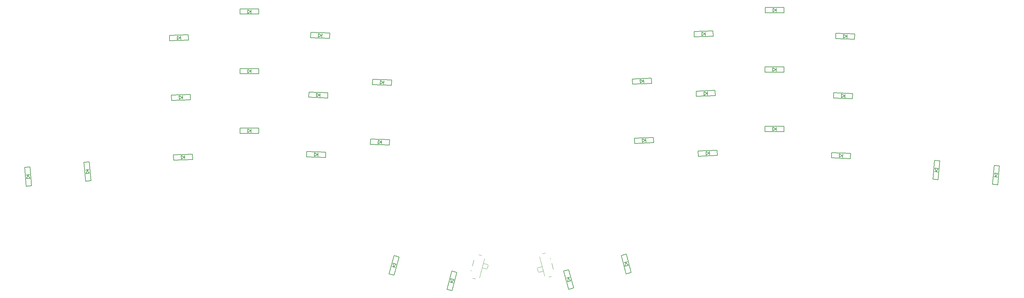
<source format=gbr>
%TF.GenerationSoftware,KiCad,Pcbnew,7.0.7*%
%TF.CreationDate,2023-10-03T23:41:34-07:00*%
%TF.ProjectId,neighboard,6e656967-6862-46f6-9172-642e6b696361,1.1*%
%TF.SameCoordinates,Original*%
%TF.FileFunction,Legend,Bot*%
%TF.FilePolarity,Positive*%
%FSLAX46Y46*%
G04 Gerber Fmt 4.6, Leading zero omitted, Abs format (unit mm)*
G04 Created by KiCad (PCBNEW 7.0.7) date 2023-10-03 23:41:34*
%MOMM*%
%LPD*%
G01*
G04 APERTURE LIST*
%ADD10C,0.150000*%
%ADD11C,0.120000*%
G04 APERTURE END LIST*
D10*
%TO.C,D2*%
X130725900Y-99182896D02*
X130725900Y-100682896D01*
X130725900Y-100682896D02*
X136125900Y-100682896D01*
X132925900Y-99432896D02*
X133825900Y-99932896D01*
X132925900Y-100432896D02*
X132925900Y-99432896D01*
X133825900Y-99932896D02*
X132925900Y-100432896D01*
X133925900Y-100432896D02*
X133925900Y-99432896D01*
X136125900Y-99182896D02*
X130725900Y-99182896D01*
X136125900Y-100682896D02*
X136125900Y-99182896D01*
%TO.C,D25*%
X261180194Y-139656410D02*
X261232543Y-141155496D01*
X261232543Y-141155496D02*
X266629254Y-140967038D01*
X263387579Y-139829478D02*
X264304480Y-140297764D01*
X263422478Y-140828869D02*
X263387579Y-139829478D01*
X264304480Y-140297764D02*
X263422478Y-140828869D01*
X264421869Y-140793970D02*
X264386970Y-139794579D01*
X266576905Y-139467952D02*
X261180194Y-139656410D01*
X266629254Y-140967038D02*
X266576905Y-139467952D01*
%TO.C,D27*%
X299172541Y-140157953D02*
X299120192Y-141657039D01*
X299120192Y-141657039D02*
X304516903Y-141845497D01*
X301362476Y-140484580D02*
X302244478Y-141015685D01*
X301327577Y-141483971D02*
X301362476Y-140484580D01*
X302244478Y-141015685D02*
X301327577Y-141483971D01*
X302326968Y-141518870D02*
X302361867Y-140519479D01*
X304569252Y-140346411D02*
X299172541Y-140157953D01*
X304516903Y-141845497D02*
X304569252Y-140346411D01*
%TO.C,D18*%
X300362541Y-106147953D02*
X300310192Y-107647039D01*
X300310192Y-107647039D02*
X305706903Y-107835497D01*
X302552476Y-106474580D02*
X303434478Y-107005685D01*
X302517577Y-107473971D02*
X302552476Y-106474580D01*
X303434478Y-107005685D02*
X302517577Y-107473971D01*
X303516968Y-107508870D02*
X303551867Y-106509479D01*
X305759252Y-106336411D02*
X300362541Y-106147953D01*
X305706903Y-107835497D02*
X305759252Y-106336411D01*
%TO.C,D21*%
X280204723Y-115721723D02*
X280204723Y-117221723D01*
X280204723Y-117221723D02*
X285604723Y-117221723D01*
X282404723Y-115971723D02*
X283304723Y-116471723D01*
X282404723Y-116971723D02*
X282404723Y-115971723D01*
X283304723Y-116471723D02*
X282404723Y-116971723D01*
X283404723Y-116971723D02*
X283404723Y-115971723D01*
X285604723Y-115721723D02*
X280204723Y-115721723D01*
X285604723Y-117221723D02*
X285604723Y-115721723D01*
%TO.C,D23*%
X329967189Y-142477366D02*
X328472896Y-142346633D01*
X328472896Y-142346633D02*
X328002255Y-147726084D01*
X329526397Y-144647206D02*
X328949860Y-145500203D01*
X328530203Y-144560050D02*
X329526397Y-144647206D01*
X328949860Y-145500203D02*
X328530203Y-144560050D01*
X328443047Y-145556244D02*
X329439241Y-145643400D01*
X329496548Y-147856817D02*
X329967189Y-142477366D01*
X328002255Y-147726084D02*
X329496548Y-147856817D01*
%TO.C,D17*%
X280234723Y-98761724D02*
X280234723Y-100261724D01*
X280234723Y-100261724D02*
X285634723Y-100261724D01*
X282434723Y-99011724D02*
X283334723Y-99511724D01*
X282434723Y-100011724D02*
X282434723Y-99011724D01*
X283334723Y-99511724D02*
X282434723Y-100011724D01*
X283434723Y-100011724D02*
X283434723Y-99011724D01*
X285634723Y-98761724D02*
X280234723Y-98761724D01*
X285634723Y-100261724D02*
X285634723Y-98761724D01*
%TO.C,D14*%
X176049154Y-169869012D02*
X174600265Y-169480783D01*
X174600265Y-169480783D02*
X173202642Y-174696782D01*
X175238270Y-171929344D02*
X174522370Y-172669267D01*
X174272345Y-171670525D02*
X175238270Y-171929344D01*
X174522370Y-172669267D02*
X174272345Y-171670525D01*
X174013526Y-172636450D02*
X174979451Y-172895269D01*
X174651531Y-175085011D02*
X176049154Y-169869012D01*
X173202642Y-174696782D02*
X174651531Y-175085011D01*
%TO.C,D1*%
X110651369Y-106777583D02*
X110703718Y-108276669D01*
X110703718Y-108276669D02*
X116100429Y-108088211D01*
X112858754Y-106950651D02*
X113775655Y-107418937D01*
X112893653Y-107950042D02*
X112858754Y-106950651D01*
X113775655Y-107418937D02*
X112893653Y-107950042D01*
X113893044Y-107915143D02*
X113858145Y-106915752D01*
X116048080Y-106589125D02*
X110651369Y-106777583D01*
X116100429Y-108088211D02*
X116048080Y-106589125D01*
%TO.C,D28*%
X346947189Y-143927366D02*
X345452896Y-143796633D01*
X345452896Y-143796633D02*
X344982255Y-149176084D01*
X346506397Y-146097206D02*
X345929860Y-146950203D01*
X345510203Y-146010050D02*
X346506397Y-146097206D01*
X345929860Y-146950203D02*
X345510203Y-146010050D01*
X345423047Y-147006244D02*
X346419241Y-147093400D01*
X346476548Y-149306817D02*
X346947189Y-143927366D01*
X344982255Y-149176084D02*
X346476548Y-149306817D01*
%TO.C,D4*%
X86814074Y-148287990D02*
X88308367Y-148157257D01*
X88308367Y-148157257D02*
X87837726Y-142777806D01*
X86871381Y-146074573D02*
X87291038Y-145134420D01*
X87867575Y-145987417D02*
X86871381Y-146074573D01*
X87291038Y-145134420D02*
X87867575Y-145987417D01*
X87780419Y-144991223D02*
X86784225Y-145078379D01*
X86343433Y-142908539D02*
X86814074Y-148287990D01*
X87837726Y-142777806D02*
X86343433Y-142908539D01*
%TO.C,D6*%
X130725897Y-116182897D02*
X130725897Y-117682897D01*
X130725897Y-117682897D02*
X136125897Y-117682897D01*
X132925897Y-116432897D02*
X133825897Y-116932897D01*
X132925897Y-117432897D02*
X132925897Y-116432897D01*
X133825897Y-116932897D02*
X132925897Y-117432897D01*
X133925897Y-117432897D02*
X133925897Y-116432897D01*
X136125897Y-116182897D02*
X130725897Y-116182897D01*
X136125897Y-117682897D02*
X136125897Y-116182897D01*
%TO.C,D7*%
X150353718Y-122889126D02*
X150301369Y-124388212D01*
X150301369Y-124388212D02*
X155698080Y-124576670D01*
X152543653Y-123215753D02*
X153425655Y-123746858D01*
X152508754Y-124215144D02*
X152543653Y-123215753D01*
X153425655Y-123746858D02*
X152508754Y-124215144D01*
X153508145Y-124250043D02*
X153543044Y-123250652D01*
X155750429Y-123077584D02*
X150353718Y-122889126D01*
X155698080Y-124576670D02*
X155750429Y-123077584D01*
%TO.C,D10*%
X111801369Y-140777583D02*
X111853718Y-142276669D01*
X111853718Y-142276669D02*
X117250429Y-142088211D01*
X114008754Y-140950651D02*
X114925655Y-141418937D01*
X114043653Y-141950042D02*
X114008754Y-140950651D01*
X114925655Y-141418937D02*
X114043653Y-141950042D01*
X115043044Y-141915143D02*
X115008145Y-140915752D01*
X117198080Y-140589125D02*
X111801369Y-140777583D01*
X117250429Y-142088211D02*
X117198080Y-140589125D01*
%TO.C,D9*%
X69914072Y-149737989D02*
X71408365Y-149607256D01*
X71408365Y-149607256D02*
X70937724Y-144227805D01*
X69971379Y-147524572D02*
X70391036Y-146584419D01*
X70967573Y-147437416D02*
X69971379Y-147524572D01*
X70391036Y-146584419D02*
X70967573Y-147437416D01*
X70880417Y-146441222D02*
X69884223Y-146528378D01*
X69443431Y-144358538D02*
X69914072Y-149737989D01*
X70937724Y-144227805D02*
X69443431Y-144358538D01*
%TO.C,D11*%
X130725901Y-133182895D02*
X130725901Y-134682895D01*
X130725901Y-134682895D02*
X136125901Y-134682895D01*
X132925901Y-133432895D02*
X133825901Y-133932895D01*
X132925901Y-134432895D02*
X132925901Y-133432895D01*
X133825901Y-133932895D02*
X132925901Y-134432895D01*
X133925901Y-134432895D02*
X133925901Y-133432895D01*
X136125901Y-133182895D02*
X130725901Y-133182895D01*
X136125901Y-134682895D02*
X136125901Y-133182895D01*
%TO.C,D19*%
X242460194Y-119146410D02*
X242512543Y-120645496D01*
X242512543Y-120645496D02*
X247909254Y-120457038D01*
X244667579Y-119319478D02*
X245584480Y-119787764D01*
X244702478Y-120318869D02*
X244667579Y-119319478D01*
X245584480Y-119787764D02*
X244702478Y-120318869D01*
X245701869Y-120283970D02*
X245666970Y-119284579D01*
X247856905Y-118957952D02*
X242460194Y-119146410D01*
X247909254Y-120457038D02*
X247856905Y-118957952D01*
%TO.C,D30*%
X240679090Y-174693839D02*
X242127979Y-174305610D01*
X242127979Y-174305610D02*
X240730356Y-169089611D01*
X240351170Y-172504097D02*
X240601195Y-171505355D01*
X241317095Y-172245278D02*
X240351170Y-172504097D01*
X240601195Y-171505355D02*
X241317095Y-172245278D01*
X241058276Y-171279353D02*
X240092351Y-171538172D01*
X239281467Y-169477840D02*
X240679090Y-174693839D01*
X240730356Y-169089611D02*
X239281467Y-169477840D01*
%TO.C,D5*%
X111201369Y-123757583D02*
X111253718Y-125256669D01*
X111253718Y-125256669D02*
X116650429Y-125068211D01*
X113408754Y-123930651D02*
X114325655Y-124398937D01*
X113443653Y-124930042D02*
X113408754Y-123930651D01*
X114325655Y-124398937D02*
X113443653Y-124930042D01*
X114443044Y-124895143D02*
X114408145Y-123895752D01*
X116598080Y-123569125D02*
X111201369Y-123757583D01*
X116650429Y-125068211D02*
X116598080Y-123569125D01*
%TO.C,D15*%
X192499155Y-174269013D02*
X191050266Y-173880784D01*
X191050266Y-173880784D02*
X189652643Y-179096783D01*
X191688271Y-176329345D02*
X190972371Y-177069268D01*
X190722346Y-176070526D02*
X191688271Y-176329345D01*
X190972371Y-177069268D02*
X190722346Y-176070526D01*
X190463527Y-177036451D02*
X191429452Y-177295270D01*
X191101532Y-179485012D02*
X192499155Y-174269013D01*
X189652643Y-179096783D02*
X191101532Y-179485012D01*
%TO.C,D26*%
X280214723Y-132681725D02*
X280214723Y-134181725D01*
X280214723Y-134181725D02*
X285614723Y-134181725D01*
X282414723Y-132931725D02*
X283314723Y-133431725D01*
X282414723Y-133931725D02*
X282414723Y-132931725D01*
X283314723Y-133431725D02*
X282414723Y-133931725D01*
X283414723Y-133931725D02*
X283414723Y-132931725D01*
X285614723Y-132681725D02*
X280214723Y-132681725D01*
X285614723Y-134181725D02*
X285614723Y-132681725D01*
%TO.C,D24*%
X243050193Y-136016411D02*
X243102542Y-137515497D01*
X243102542Y-137515497D02*
X248499253Y-137327039D01*
X245257578Y-136189479D02*
X246174479Y-136657765D01*
X245292477Y-137188870D02*
X245257578Y-136189479D01*
X246174479Y-136657765D02*
X245292477Y-137188870D01*
X246291868Y-137153971D02*
X246256969Y-136154580D01*
X248446904Y-135827953D02*
X243050193Y-136016411D01*
X248499253Y-137327039D02*
X248446904Y-135827953D01*
%TO.C,D22*%
X299772543Y-123117952D02*
X299720194Y-124617038D01*
X299720194Y-124617038D02*
X305116905Y-124805496D01*
X301962478Y-123444579D02*
X302844480Y-123975684D01*
X301927579Y-124443970D02*
X301962478Y-123444579D01*
X302844480Y-123975684D02*
X301927579Y-124443970D01*
X302926970Y-124478869D02*
X302961869Y-123479478D01*
X305169254Y-123306410D02*
X299772543Y-123117952D01*
X305116905Y-124805496D02*
X305169254Y-123306410D01*
%TO.C,D13*%
X167903716Y-136289125D02*
X167851367Y-137788211D01*
X167851367Y-137788211D02*
X173248078Y-137976669D01*
X170093651Y-136615752D02*
X170975653Y-137146857D01*
X170058752Y-137615143D02*
X170093651Y-136615752D01*
X170975653Y-137146857D02*
X170058752Y-137615143D01*
X171058143Y-137650042D02*
X171093042Y-136650651D01*
X173300427Y-136477583D02*
X167903716Y-136289125D01*
X173248078Y-137976669D02*
X173300427Y-136477583D01*
%TO.C,D12*%
X149753717Y-139839124D02*
X149701368Y-141338210D01*
X149701368Y-141338210D02*
X155098079Y-141526668D01*
X151943652Y-140165751D02*
X152825654Y-140696856D01*
X151908753Y-141165142D02*
X151943652Y-140165751D01*
X152825654Y-140696856D02*
X151908753Y-141165142D01*
X152908144Y-141200041D02*
X152943043Y-140200650D01*
X155150428Y-140027582D02*
X149753717Y-139839124D01*
X155098079Y-141526668D02*
X155150428Y-140027582D01*
%TO.C,D20*%
X260610192Y-122626411D02*
X260662541Y-124125497D01*
X260662541Y-124125497D02*
X266059252Y-123937039D01*
X262817577Y-122799479D02*
X263734478Y-123267765D01*
X262852476Y-123798870D02*
X262817577Y-122799479D01*
X263734478Y-123267765D02*
X262852476Y-123798870D01*
X263851867Y-123763971D02*
X263816968Y-122764580D01*
X266006903Y-122437953D02*
X260610192Y-122626411D01*
X266059252Y-123937039D02*
X266006903Y-122437953D01*
%TO.C,D3*%
X150903718Y-105889124D02*
X150851369Y-107388210D01*
X150851369Y-107388210D02*
X156248080Y-107576668D01*
X153093653Y-106215751D02*
X153975655Y-106746856D01*
X153058754Y-107215142D02*
X153093653Y-106215751D01*
X153975655Y-106746856D02*
X153058754Y-107215142D01*
X154058145Y-107250041D02*
X154093044Y-106250650D01*
X156300429Y-106077582D02*
X150903718Y-105889124D01*
X156248080Y-107576668D02*
X156300429Y-106077582D01*
%TO.C,D16*%
X260000193Y-105656411D02*
X260052542Y-107155497D01*
X260052542Y-107155497D02*
X265449253Y-106967039D01*
X262207578Y-105829479D02*
X263124479Y-106297765D01*
X262242477Y-106828870D02*
X262207578Y-105829479D01*
X263124479Y-106297765D02*
X262242477Y-106828870D01*
X263241868Y-106793971D02*
X263206969Y-105794580D01*
X265396904Y-105467953D02*
X260000193Y-105656411D01*
X265449253Y-106967039D02*
X265396904Y-105467953D01*
%TO.C,D29*%
X224269090Y-179103837D02*
X225717979Y-178715608D01*
X225717979Y-178715608D02*
X224320356Y-173499609D01*
X223941170Y-176914095D02*
X224191195Y-175915353D01*
X224907095Y-176655276D02*
X223941170Y-176914095D01*
X224191195Y-175915353D02*
X224907095Y-176655276D01*
X224648276Y-175689351D02*
X223682351Y-175948170D01*
X222871467Y-173887838D02*
X224269090Y-179103837D01*
X224320356Y-173499609D02*
X222871467Y-173887838D01*
%TO.C,D8*%
X168503717Y-119289123D02*
X168451368Y-120788209D01*
X168451368Y-120788209D02*
X173848079Y-120976667D01*
X170693652Y-119615750D02*
X171575654Y-120146855D01*
X170658753Y-120615141D02*
X170693652Y-119615750D01*
X171575654Y-120146855D02*
X170658753Y-120615141D01*
X171658144Y-120650040D02*
X171693043Y-119650649D01*
X173900428Y-119477581D02*
X168503717Y-119289123D01*
X173848079Y-120976667D02*
X173900428Y-119477581D01*
D11*
%TO.C,SW32*%
X216828770Y-168947180D02*
X217591851Y-168742713D01*
X219136652Y-170451101D02*
X219084888Y-170257915D01*
X215525948Y-172971500D02*
X216771992Y-172637624D01*
X215525948Y-172971500D02*
X215374867Y-173219037D01*
X215607804Y-174088371D02*
X215374867Y-173219037D01*
X217108457Y-173893327D02*
X215862413Y-174227204D01*
X215862413Y-174227204D02*
X215607804Y-174088371D01*
X219913109Y-173348878D02*
X219473117Y-171706804D01*
X217483745Y-175293920D02*
X216008476Y-169788142D01*
X219377703Y-175407601D02*
X218614621Y-175612068D01*
%TO.C,SW31*%
X197747912Y-176117392D02*
X196984830Y-175912925D01*
X196501187Y-173661017D02*
X196449424Y-173854202D01*
X200888349Y-173283639D02*
X199642305Y-172949762D01*
X200888349Y-173283639D02*
X201142957Y-173144806D01*
X201375894Y-172275473D02*
X201142957Y-173144806D01*
X199978769Y-171694059D02*
X201224814Y-172027935D01*
X201224814Y-172027935D02*
X201375894Y-172275473D01*
X197277645Y-170763239D02*
X196837652Y-172405313D01*
X200354057Y-170293466D02*
X198878788Y-175799244D01*
X198770682Y-169248037D02*
X199533763Y-169452504D01*
%TD*%
M02*

</source>
